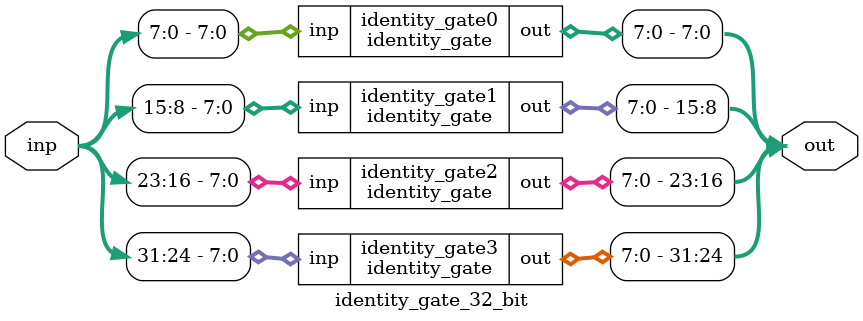
<source format=v>
module identity_gate(
    input [7:0] inp,
    output [7:0] out
);
    assign out[0]=inp[0];
    assign out[1]=inp[1];
    assign out[2]=inp[2];
    assign out[3]=inp[3];
    assign out[4]=inp[4];
    assign out[5]=inp[5];
    assign out[6]=inp[6];
    assign out[7]=inp[7];
endmodule


module identity_gate_32_bit (
    input [31:0] inp,
    output [31:0] out
);

    identity_gate identity_gate0 (.inp(inp[7:0]),.out(out[7:0]));
    identity_gate identity_gate1 (.inp(inp[15:8]),.out(out[15:8]));
    identity_gate identity_gate2 (.inp(inp[23:16]),.out(out[23:16]));
    identity_gate identity_gate3 (.inp(inp[31:24]),.out(out[31:24]));
    
endmodule
</source>
